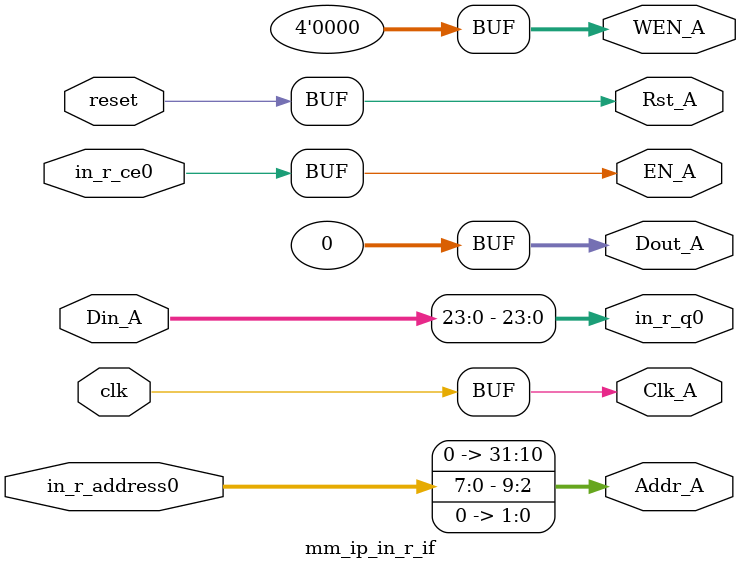
<source format=v>


`timescale 1ns/1ps

module mm_ip_in_r_if (
    // system singals
    input  wire        clk,
    input  wire        reset,
    // user signals
    input  wire [7:0]  in_r_address0,
    input  wire        in_r_ce0,
    output wire [23:0] in_r_q0,
    // bus signals
    output wire        Clk_A,
    output wire        Rst_A,
    output wire        EN_A,
    output wire [3:0]  WEN_A,
    output wire [31:0] Addr_A,
    output wire [31:0] Dout_A,
    input  wire [31:0] Din_A
);
//------------------------Body---------------------------
assign Clk_A   = clk;
assign Rst_A   = reset;
assign EN_A    = in_r_ce0;
assign Addr_A  = {in_r_address0, 2'b0};
assign WEN_A   = 4'b0;
assign Dout_A  = 32'b0;
assign in_r_q0 = Din_A[23:0];

endmodule

</source>
